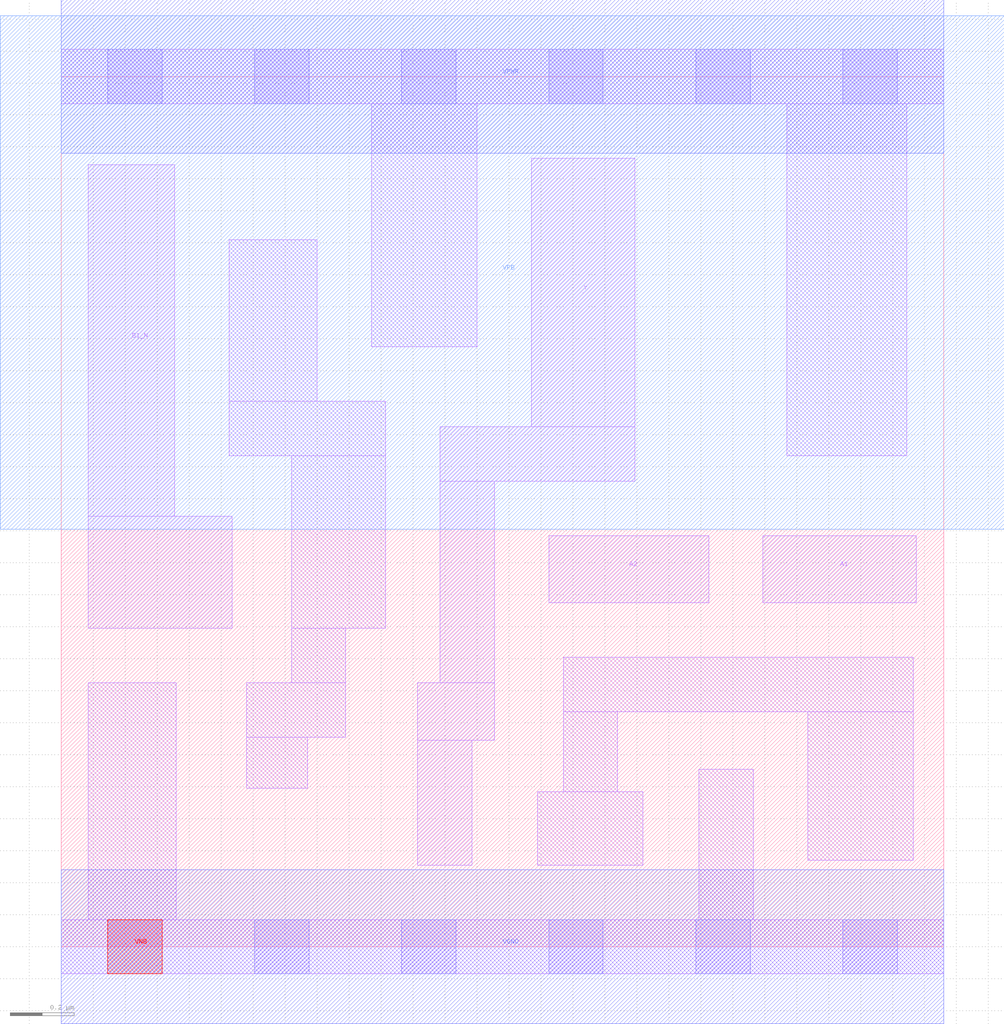
<source format=lef>
# Copyright 2020 The SkyWater PDK Authors
#
# Licensed under the Apache License, Version 2.0 (the "License");
# you may not use this file except in compliance with the License.
# You may obtain a copy of the License at
#
#     https://www.apache.org/licenses/LICENSE-2.0
#
# Unless required by applicable law or agreed to in writing, software
# distributed under the License is distributed on an "AS IS" BASIS,
# WITHOUT WARRANTIES OR CONDITIONS OF ANY KIND, either express or implied.
# See the License for the specific language governing permissions and
# limitations under the License.
#
# SPDX-License-Identifier: Apache-2.0

VERSION 5.7 ;
  NOWIREEXTENSIONATPIN ON ;
  DIVIDERCHAR "/" ;
  BUSBITCHARS "[]" ;
MACRO sky130_fd_sc_hd__o21bai_1
  CLASS CORE ;
  FOREIGN sky130_fd_sc_hd__o21bai_1 ;
  ORIGIN  0.000000  0.000000 ;
  SIZE  2.760000 BY  2.720000 ;
  SYMMETRY X Y R90 ;
  SITE unithd ;
  PIN A1
    ANTENNAGATEAREA  0.247500 ;
    DIRECTION INPUT ;
    USE SIGNAL ;
    PORT
      LAYER li1 ;
        RECT 2.195000 1.075000 2.675000 1.285000 ;
    END
  END A1
  PIN A2
    ANTENNAGATEAREA  0.247500 ;
    DIRECTION INPUT ;
    USE SIGNAL ;
    PORT
      LAYER li1 ;
        RECT 1.525000 1.075000 2.025000 1.285000 ;
    END
  END A2
  PIN B1_N
    ANTENNAGATEAREA  0.126000 ;
    DIRECTION INPUT ;
    USE SIGNAL ;
    PORT
      LAYER li1 ;
        RECT 0.085000 0.995000 0.535000 1.345000 ;
        RECT 0.085000 1.345000 0.355000 2.445000 ;
    END
  END B1_N
  PIN VNB
    PORT
      LAYER pwell ;
        RECT 0.145000 -0.085000 0.315000 0.085000 ;
    END
  END VNB
  PIN VPB
    PORT
      LAYER nwell ;
        RECT -0.190000 1.305000 2.950000 2.910000 ;
    END
  END VPB
  PIN Y
    ANTENNADIFFAREA  0.474000 ;
    DIRECTION OUTPUT ;
    USE SIGNAL ;
    PORT
      LAYER li1 ;
        RECT 1.115000 0.255000 1.285000 0.645000 ;
        RECT 1.115000 0.645000 1.355000 0.825000 ;
        RECT 1.185000 0.825000 1.355000 1.455000 ;
        RECT 1.185000 1.455000 1.795000 1.625000 ;
        RECT 1.470000 1.625000 1.795000 2.465000 ;
    END
  END Y
  PIN VGND
    DIRECTION INOUT ;
    SHAPE ABUTMENT ;
    USE GROUND ;
    PORT
      LAYER met1 ;
        RECT 0.000000 -0.240000 2.760000 0.240000 ;
    END
  END VGND
  PIN VPWR
    DIRECTION INOUT ;
    SHAPE ABUTMENT ;
    USE POWER ;
    PORT
      LAYER met1 ;
        RECT 0.000000 2.480000 2.760000 2.960000 ;
    END
  END VPWR
  OBS
    LAYER li1 ;
      RECT 0.000000 -0.085000 2.760000 0.085000 ;
      RECT 0.000000  2.635000 2.760000 2.805000 ;
      RECT 0.085000  0.085000 0.360000 0.825000 ;
      RECT 0.525000  1.535000 1.015000 1.705000 ;
      RECT 0.525000  1.705000 0.800000 2.210000 ;
      RECT 0.580000  0.495000 0.770000 0.655000 ;
      RECT 0.580000  0.655000 0.890000 0.825000 ;
      RECT 0.720000  0.825000 0.890000 0.995000 ;
      RECT 0.720000  0.995000 1.015000 1.535000 ;
      RECT 0.970000  1.875000 1.300000 2.635000 ;
      RECT 1.490000  0.255000 1.820000 0.485000 ;
      RECT 1.570000  0.485000 1.740000 0.735000 ;
      RECT 1.570000  0.735000 2.665000 0.905000 ;
      RECT 1.995000  0.085000 2.165000 0.555000 ;
      RECT 2.270000  1.535000 2.645000 2.635000 ;
      RECT 2.335000  0.270000 2.665000 0.735000 ;
    LAYER mcon ;
      RECT 0.145000 -0.085000 0.315000 0.085000 ;
      RECT 0.145000  2.635000 0.315000 2.805000 ;
      RECT 0.605000 -0.085000 0.775000 0.085000 ;
      RECT 0.605000  2.635000 0.775000 2.805000 ;
      RECT 1.065000 -0.085000 1.235000 0.085000 ;
      RECT 1.065000  2.635000 1.235000 2.805000 ;
      RECT 1.525000 -0.085000 1.695000 0.085000 ;
      RECT 1.525000  2.635000 1.695000 2.805000 ;
      RECT 1.985000 -0.085000 2.155000 0.085000 ;
      RECT 1.985000  2.635000 2.155000 2.805000 ;
      RECT 2.445000 -0.085000 2.615000 0.085000 ;
      RECT 2.445000  2.635000 2.615000 2.805000 ;
  END
END sky130_fd_sc_hd__o21bai_1
END LIBRARY

</source>
